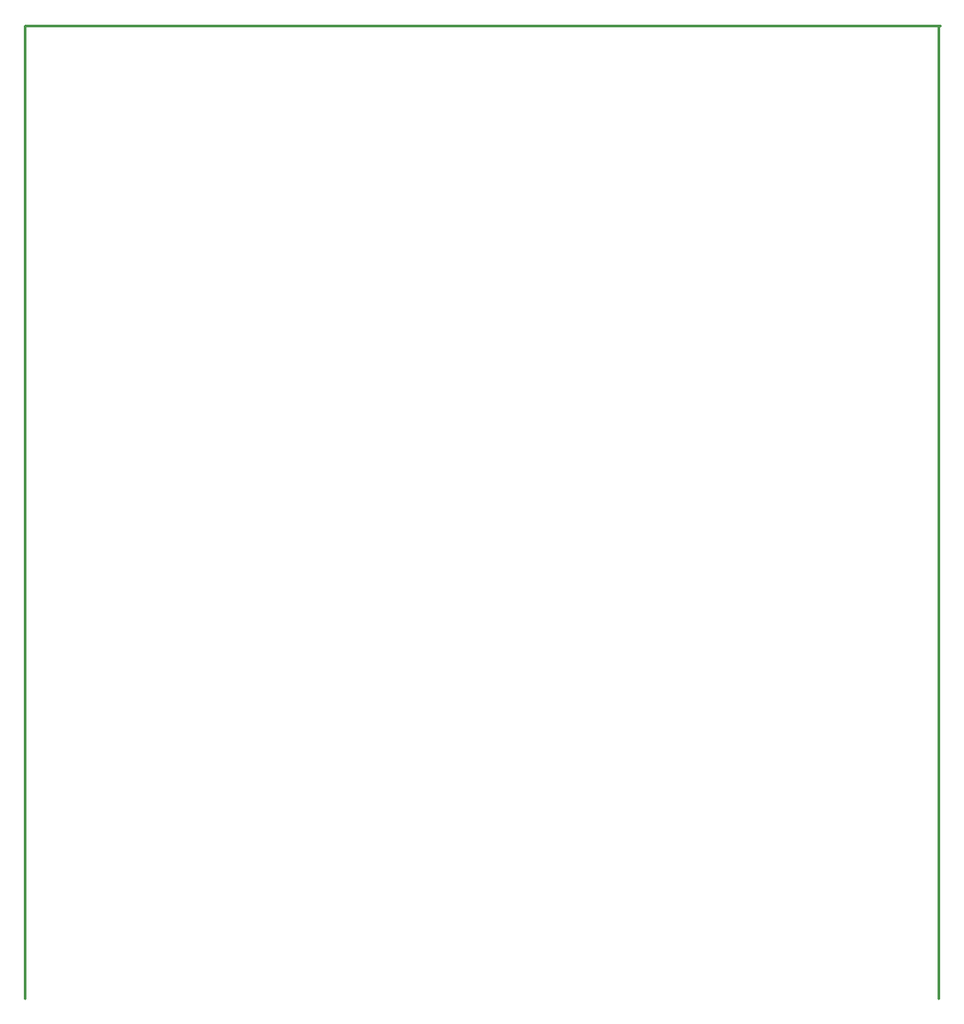
<source format=gko>
%FSLAX25Y25*%
%MOIN*%
G70*
G01*
G75*
G04 Layer_Color=16711935*
%ADD10R,0.07000X0.07000*%
%ADD11C,0.06000*%
%ADD12R,0.07000X0.07000*%
%ADD13R,0.06850X0.06850*%
%ADD14R,0.02756X0.03543*%
%ADD15R,0.03543X0.02756*%
%ADD16R,0.02362X0.01969*%
%ADD17R,0.03740X0.03347*%
%ADD18R,0.01969X0.02362*%
%ADD19R,0.14600X0.14600*%
%ADD20R,0.01102X0.03347*%
%ADD21R,0.03347X0.01102*%
%ADD22R,0.02362X0.03347*%
%ADD23R,0.03150X0.03543*%
%ADD24R,0.10630X0.06299*%
%ADD25R,0.03543X0.03150*%
%ADD26R,0.06850X0.06850*%
%ADD27R,0.05906X0.05906*%
%ADD28R,0.00394X0.00394*%
%ADD29R,0.02520X0.01102*%
%ADD30R,0.09016X0.03504*%
%ADD31R,0.03740X0.03740*%
%ADD32R,0.01024X0.03152*%
%ADD33R,0.01555X0.01969*%
%ADD34R,0.00906X0.02953*%
%ADD35R,0.02953X0.00906*%
%ADD36R,0.03740X0.03740*%
%ADD37R,0.01969X0.01575*%
%ADD38R,0.01575X0.01969*%
%ADD39R,0.06299X0.10630*%
%ADD40R,0.05906X0.05906*%
%ADD41R,0.00394X0.00394*%
%ADD42R,0.01102X0.02520*%
%ADD43R,0.01969X0.01555*%
%ADD44R,0.03152X0.01024*%
%ADD45R,0.03504X0.09016*%
%ADD46C,0.02000*%
%ADD47C,0.01800*%
%ADD48C,0.00800*%
%ADD49C,0.01200*%
%ADD50C,0.01000*%
%ADD51C,0.04000*%
%ADD52C,0.02500*%
%ADD53C,0.01600*%
%ADD54C,0.01400*%
%ADD55C,0.03000*%
%ADD56C,0.03500*%
%ADD57R,0.08000X0.04000*%
%ADD58R,0.06127X0.02573*%
%ADD59R,0.02300X0.05200*%
%ADD60R,0.11500X0.03000*%
%ADD61R,0.22500X0.04500*%
%ADD62R,0.06500X0.07500*%
%ADD63R,0.10500X0.12500*%
%ADD64R,0.09500X0.14000*%
%ADD65R,0.02500X0.03000*%
%ADD66R,0.00532X0.00500*%
%ADD67R,0.01300X0.01400*%
%ADD68R,0.00469X0.00500*%
%ADD69R,0.01500X0.01432*%
%ADD70R,0.01102X0.02520*%
%ADD71R,0.11000X0.07500*%
%ADD72R,0.30764X0.02754*%
%ADD73R,0.06000X0.03747*%
%ADD74R,0.24764X0.03746*%
%ADD75R,0.15000X0.10600*%
%ADD76R,0.07000X0.15000*%
%ADD77R,0.40000X0.14000*%
%ADD78R,0.21500X0.25500*%
%ADD79R,0.34000X0.08500*%
%ADD80R,0.06000X0.14000*%
%ADD81R,0.18736X0.08500*%
%ADD82R,0.18000X0.07000*%
%ADD83R,0.09000X0.04500*%
%ADD84R,0.05197X0.05197*%
%ADD85R,0.04500X0.09000*%
%ADD86R,0.07000X0.18000*%
%ADD87R,0.08500X0.18736*%
%ADD88R,0.14000X0.06000*%
%ADD89R,0.03746X0.06000*%
%ADD90R,0.08500X0.34000*%
%ADD91R,0.25500X0.21500*%
%ADD92R,0.14000X0.40000*%
%ADD93R,0.15000X0.07000*%
%ADD94R,0.10600X0.15000*%
%ADD95R,0.03746X0.24764*%
%ADD96R,0.02754X0.30764*%
%ADD97R,0.02300X0.05100*%
%ADD98R,0.02520X0.01102*%
%ADD99R,0.07500X0.11000*%
%ADD100R,0.00958X0.00358*%
%ADD101R,0.04000X0.03142*%
%ADD102R,0.03500X0.04000*%
%ADD103C,0.07000*%
%ADD104C,0.02000*%
%ADD105C,0.03000*%
%ADD106C,0.01000*%
%ADD107C,0.00800*%
%ADD108C,0.04000*%
%ADD109C,0.01299*%
%ADD110C,0.05000*%
%ADD111C,0.09200*%
%ADD112C,0.08200*%
%ADD113C,0.05000*%
%ADD114C,0.05500*%
%ADD115C,0.04800*%
%ADD116C,0.05299*%
%ADD117C,0.00984*%
%ADD118C,0.00787*%
%ADD119C,0.00600*%
%ADD120C,0.00200*%
%ADD121C,0.00100*%
%ADD122C,0.00500*%
%ADD123R,0.00100X0.00100*%
%ADD124R,0.07800X0.07800*%
%ADD125C,0.06800*%
%ADD126R,0.07800X0.07800*%
%ADD127R,0.07650X0.07650*%
%ADD128R,0.03556X0.04343*%
%ADD129R,0.04343X0.03556*%
%ADD130R,0.03162X0.02769*%
%ADD131R,0.04540X0.04147*%
%ADD132R,0.02769X0.03162*%
%ADD133R,0.01902X0.04147*%
%ADD134R,0.04147X0.01902*%
%ADD135R,0.03162X0.04147*%
%ADD136R,0.03950X0.04343*%
%ADD137R,0.11430X0.07099*%
%ADD138R,0.04343X0.03950*%
%ADD139R,0.07650X0.07650*%
%ADD140R,0.06706X0.06706*%
%ADD141R,0.02913X0.01496*%
%ADD142R,0.09816X0.04304*%
%ADD143R,0.04540X0.04540*%
%ADD144R,0.01824X0.03952*%
%ADD145R,0.02355X0.02769*%
%ADD146R,0.01706X0.03753*%
%ADD147R,0.03753X0.01706*%
%ADD148R,0.04540X0.04540*%
%ADD149R,0.02769X0.02375*%
%ADD150R,0.02375X0.02769*%
%ADD151R,0.07099X0.11430*%
%ADD152R,0.06706X0.06706*%
%ADD153R,0.01496X0.02913*%
%ADD154R,0.02769X0.02355*%
%ADD155R,0.03952X0.01824*%
%ADD156R,0.04304X0.09816*%
%ADD157R,0.01496X0.02913*%
%ADD158R,0.05997X0.05997*%
%ADD159R,0.02913X0.01496*%
%ADD160C,0.07800*%
%ADD161C,0.02800*%
%ADD162C,0.03800*%
%ADD163C,0.01800*%
%ADD164C,0.01600*%
%ADD165C,0.02099*%
D50*
X205000Y305000D02*
Y672600D01*
X205500D02*
X551000D01*
X550500Y305000D02*
Y672600D01*
X205000Y672500D02*
X550500D01*
M02*

</source>
